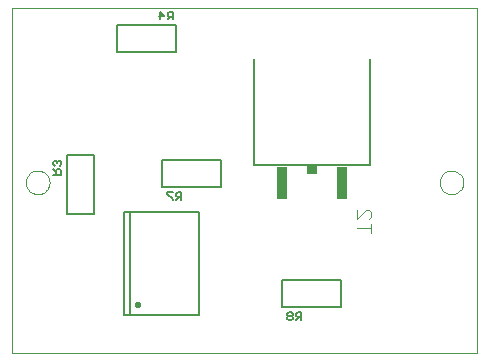
<source format=gbo>
G75*
%MOIN*%
%OFA0B0*%
%FSLAX24Y24*%
%IPPOS*%
%LPD*%
%AMOC8*
5,1,8,0,0,1.08239X$1,22.5*
%
%ADD10C,0.0000*%
%ADD11C,0.0060*%
%ADD12C,0.0217*%
%ADD13C,0.0080*%
%ADD14C,0.0040*%
%ADD15R,0.0340X0.0300*%
%ADD16R,0.0354X0.1102*%
D10*
X000100Y000100D02*
X000100Y011596D01*
X015600Y011596D01*
X015600Y000100D01*
X000100Y000100D01*
X000576Y005800D02*
X000578Y005839D01*
X000584Y005878D01*
X000594Y005916D01*
X000607Y005953D01*
X000624Y005988D01*
X000644Y006022D01*
X000668Y006053D01*
X000695Y006082D01*
X000724Y006108D01*
X000756Y006131D01*
X000790Y006151D01*
X000826Y006167D01*
X000863Y006179D01*
X000902Y006188D01*
X000941Y006193D01*
X000980Y006194D01*
X001019Y006191D01*
X001058Y006184D01*
X001095Y006173D01*
X001132Y006159D01*
X001167Y006141D01*
X001200Y006120D01*
X001231Y006095D01*
X001259Y006068D01*
X001284Y006038D01*
X001306Y006005D01*
X001325Y005971D01*
X001340Y005935D01*
X001352Y005897D01*
X001360Y005859D01*
X001364Y005820D01*
X001364Y005780D01*
X001360Y005741D01*
X001352Y005703D01*
X001340Y005665D01*
X001325Y005629D01*
X001306Y005595D01*
X001284Y005562D01*
X001259Y005532D01*
X001231Y005505D01*
X001200Y005480D01*
X001167Y005459D01*
X001132Y005441D01*
X001095Y005427D01*
X001058Y005416D01*
X001019Y005409D01*
X000980Y005406D01*
X000941Y005407D01*
X000902Y005412D01*
X000863Y005421D01*
X000826Y005433D01*
X000790Y005449D01*
X000756Y005469D01*
X000724Y005492D01*
X000695Y005518D01*
X000668Y005547D01*
X000644Y005578D01*
X000624Y005612D01*
X000607Y005647D01*
X000594Y005684D01*
X000584Y005722D01*
X000578Y005761D01*
X000576Y005800D01*
X014366Y005800D02*
X014368Y005839D01*
X014374Y005878D01*
X014384Y005916D01*
X014397Y005953D01*
X014414Y005988D01*
X014434Y006022D01*
X014458Y006053D01*
X014485Y006082D01*
X014514Y006108D01*
X014546Y006131D01*
X014580Y006151D01*
X014616Y006167D01*
X014653Y006179D01*
X014692Y006188D01*
X014731Y006193D01*
X014770Y006194D01*
X014809Y006191D01*
X014848Y006184D01*
X014885Y006173D01*
X014922Y006159D01*
X014957Y006141D01*
X014990Y006120D01*
X015021Y006095D01*
X015049Y006068D01*
X015074Y006038D01*
X015096Y006005D01*
X015115Y005971D01*
X015130Y005935D01*
X015142Y005897D01*
X015150Y005859D01*
X015154Y005820D01*
X015154Y005780D01*
X015150Y005741D01*
X015142Y005703D01*
X015130Y005665D01*
X015115Y005629D01*
X015096Y005595D01*
X015074Y005562D01*
X015049Y005532D01*
X015021Y005505D01*
X014990Y005480D01*
X014957Y005459D01*
X014922Y005441D01*
X014885Y005427D01*
X014848Y005416D01*
X014809Y005409D01*
X014770Y005406D01*
X014731Y005407D01*
X014692Y005412D01*
X014653Y005421D01*
X014616Y005433D01*
X014580Y005449D01*
X014546Y005469D01*
X014514Y005492D01*
X014485Y005518D01*
X014458Y005547D01*
X014434Y005578D01*
X014414Y005612D01*
X014397Y005647D01*
X014384Y005684D01*
X014374Y005722D01*
X014368Y005761D01*
X014366Y005800D01*
D11*
X009759Y001470D02*
X009629Y001470D01*
X009586Y001427D01*
X009586Y001340D01*
X009629Y001297D01*
X009759Y001297D01*
X009673Y001297D02*
X009586Y001210D01*
X009465Y001253D02*
X009465Y001297D01*
X009421Y001340D01*
X009335Y001340D01*
X009291Y001297D01*
X009291Y001253D01*
X009335Y001210D01*
X009421Y001210D01*
X009465Y001253D01*
X009421Y001340D02*
X009465Y001383D01*
X009465Y001427D01*
X009421Y001470D01*
X009335Y001470D01*
X009291Y001427D01*
X009291Y001383D01*
X009335Y001340D01*
X009759Y001210D02*
X009759Y001470D01*
X006352Y001374D02*
X003848Y001374D01*
X003848Y004817D01*
X004051Y004817D01*
X004051Y001413D01*
X006352Y001374D02*
X006352Y004817D01*
X004051Y004817D01*
X005291Y005427D02*
X005465Y005253D01*
X005465Y005210D01*
X005586Y005210D02*
X005673Y005297D01*
X005629Y005297D02*
X005759Y005297D01*
X005759Y005210D02*
X005759Y005470D01*
X005629Y005470D01*
X005586Y005427D01*
X005586Y005340D01*
X005629Y005297D01*
X005465Y005470D02*
X005291Y005470D01*
X005291Y005427D01*
X001750Y006061D02*
X001750Y006191D01*
X001707Y006234D01*
X001620Y006234D01*
X001577Y006191D01*
X001577Y006061D01*
X001577Y006147D02*
X001490Y006234D01*
X001533Y006355D02*
X001490Y006399D01*
X001490Y006485D01*
X001533Y006529D01*
X001577Y006529D01*
X001620Y006485D01*
X001620Y006442D01*
X001620Y006485D02*
X001663Y006529D01*
X001707Y006529D01*
X001750Y006485D01*
X001750Y006399D01*
X001707Y006355D01*
X001750Y006061D02*
X001490Y006061D01*
X005045Y011230D02*
X005045Y011490D01*
X005175Y011360D01*
X005002Y011360D01*
X005297Y011360D02*
X005340Y011317D01*
X005470Y011317D01*
X005383Y011317D02*
X005297Y011230D01*
X005297Y011360D02*
X005297Y011447D01*
X005340Y011490D01*
X005470Y011490D01*
X005470Y011230D01*
D12*
X004313Y001722D03*
D13*
X002830Y004740D02*
X001930Y004740D01*
X001930Y006700D01*
X002830Y006700D01*
X002830Y004740D01*
X005120Y005650D02*
X005120Y006550D01*
X007080Y006550D01*
X007080Y005650D01*
X005120Y005650D01*
X008164Y006376D02*
X012036Y006376D01*
X012036Y009921D01*
X008164Y009921D02*
X008164Y006376D01*
X005580Y010150D02*
X003620Y010150D01*
X003620Y011050D01*
X005580Y011050D01*
X005580Y010150D01*
X009120Y002550D02*
X009120Y001650D01*
X011080Y001650D01*
X011080Y002550D01*
X009120Y002550D01*
D14*
X011620Y004273D02*
X012080Y004273D01*
X012080Y004120D02*
X012080Y004427D01*
X012004Y004580D02*
X012080Y004657D01*
X012080Y004811D01*
X012004Y004887D01*
X011927Y004887D01*
X011620Y004580D01*
X011620Y004887D01*
D15*
X010100Y006210D03*
D16*
X011100Y005785D03*
X009100Y005785D03*
M02*

</source>
